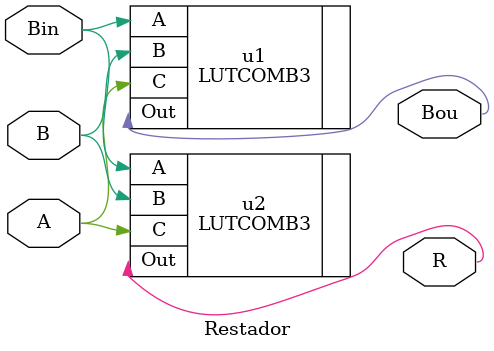
<source format=v>
`timescale 1ns / 1ps


module Restador(
    input A,
    input B,
    input Bin,
    output Bou,
    output R
    );
    
LUTCOMB3 #(.INIT(8'h8e)) u1 (
    .Out(Bou),
    .A(Bin),
    .B(B),
    .C(A)
);

LUTCOMB3 #(.INIT(8'h96)) u2 (
    .Out(R),
    .A(Bin),
    .B(B),
    .C(A)
);
endmodule

</source>
